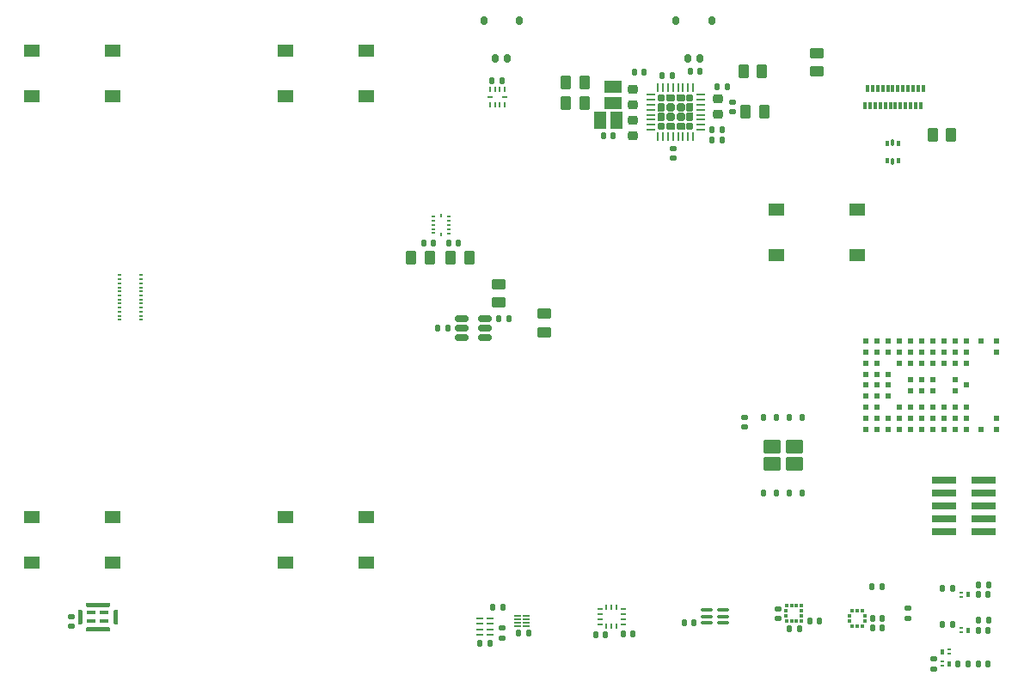
<source format=gbr>
%TF.GenerationSoftware,KiCad,Pcbnew,9.0.1+1*%
%TF.CreationDate,2025-10-28T07:39:43+00:00*%
%TF.ProjectId,ZSWatch-Watch-DevKit,5a535761-7463-4682-9d57-617463682d44,1.1.0+ (Unreleased)*%
%TF.SameCoordinates,Original*%
%TF.FileFunction,Paste,Top*%
%TF.FilePolarity,Positive*%
%FSLAX46Y46*%
G04 Gerber Fmt 4.6, Leading zero omitted, Abs format (unit mm)*
G04 Created by KiCad (PCBNEW 9.0.1+1) date 2025-10-28 07:39:43*
%MOMM*%
%LPD*%
G01*
G04 APERTURE LIST*
G04 Aperture macros list*
%AMRoundRect*
0 Rectangle with rounded corners*
0 $1 Rounding radius*
0 $2 $3 $4 $5 $6 $7 $8 $9 X,Y pos of 4 corners*
0 Add a 4 corners polygon primitive as box body*
4,1,4,$2,$3,$4,$5,$6,$7,$8,$9,$2,$3,0*
0 Add four circle primitives for the rounded corners*
1,1,$1+$1,$2,$3*
1,1,$1+$1,$4,$5*
1,1,$1+$1,$6,$7*
1,1,$1+$1,$8,$9*
0 Add four rect primitives between the rounded corners*
20,1,$1+$1,$2,$3,$4,$5,0*
20,1,$1+$1,$4,$5,$6,$7,0*
20,1,$1+$1,$6,$7,$8,$9,0*
20,1,$1+$1,$8,$9,$2,$3,0*%
%AMFreePoly0*
4,1,19,0.290204,0.301344,0.321117,0.247801,0.322490,0.232106,0.322490,-0.157228,0.301344,-0.215326,0.296017,-0.221139,0.221139,-0.296017,0.165105,-0.322146,0.157228,-0.322490,-0.232106,-0.322490,-0.290204,-0.301344,-0.321117,-0.247801,-0.322490,-0.232106,-0.322490,0.232106,-0.301344,0.290204,-0.247801,0.321117,-0.232106,0.322490,0.232106,0.322490,0.290204,0.301344,0.290204,0.301344,
$1*%
%AMFreePoly1*
4,1,21,0.231572,0.385173,0.236504,0.380653,0.300030,0.317127,0.322198,0.269587,0.322490,0.262904,0.322490,-0.262904,0.304550,-0.312195,0.300030,-0.317127,0.236504,-0.380653,0.188964,-0.402821,0.182281,-0.403113,-0.245807,-0.403113,-0.295098,-0.385173,-0.321325,-0.339746,-0.322490,-0.326430,-0.322490,0.326430,-0.304550,0.375721,-0.259123,0.401948,-0.245807,0.403113,0.182281,0.403113,
0.231572,0.385173,0.231572,0.385173,$1*%
%AMFreePoly2*
4,1,19,0.215326,0.301344,0.221139,0.296017,0.296017,0.221139,0.322146,0.165105,0.322490,0.157228,0.322490,-0.232106,0.301344,-0.290204,0.247801,-0.321117,0.232106,-0.322490,-0.232106,-0.322490,-0.290204,-0.301344,-0.321117,-0.247801,-0.322490,-0.232106,-0.322490,0.232106,-0.301344,0.290204,-0.247801,0.321117,-0.232106,0.322490,0.157228,0.322490,0.215326,0.301344,0.215326,0.301344,
$1*%
%AMFreePoly3*
4,1,21,0.375721,0.304550,0.401948,0.259123,0.403113,0.245807,0.403113,-0.182281,0.385173,-0.231572,0.380653,-0.236504,0.317127,-0.300030,0.269587,-0.322198,0.262904,-0.322490,-0.262904,-0.322490,-0.312195,-0.304550,-0.317127,-0.300030,-0.380653,-0.236504,-0.402821,-0.188964,-0.403113,-0.182281,-0.403113,0.245807,-0.385173,0.295098,-0.339746,0.321325,-0.326430,0.322490,0.326430,0.322490,
0.375721,0.304550,0.375721,0.304550,$1*%
%AMFreePoly4*
4,1,21,0.312195,0.304550,0.317127,0.300030,0.380653,0.236504,0.402821,0.188964,0.403113,0.182281,0.403113,-0.245807,0.385173,-0.295098,0.339746,-0.321325,0.326430,-0.322490,-0.326430,-0.322490,-0.375721,-0.304550,-0.401948,-0.259123,-0.403113,-0.245807,-0.403113,0.182281,-0.385173,0.231572,-0.380653,0.236504,-0.317127,0.300030,-0.269587,0.322198,-0.262904,0.322490,0.262904,0.322490,
0.312195,0.304550,0.312195,0.304550,$1*%
%AMFreePoly5*
4,1,19,0.290204,0.301344,0.321117,0.247801,0.322490,0.232106,0.322490,-0.232106,0.301344,-0.290204,0.247801,-0.321117,0.232106,-0.322490,-0.157228,-0.322490,-0.215326,-0.301344,-0.221139,-0.296017,-0.296017,-0.221139,-0.322146,-0.165105,-0.322490,-0.157228,-0.322490,0.232106,-0.301344,0.290204,-0.247801,0.321117,-0.232106,0.322490,0.232106,0.322490,0.290204,0.301344,0.290204,0.301344,
$1*%
%AMFreePoly6*
4,1,21,0.295098,0.385173,0.321325,0.339746,0.322490,0.326430,0.322490,-0.326430,0.304550,-0.375721,0.259123,-0.401948,0.245807,-0.403113,-0.182281,-0.403113,-0.231572,-0.385173,-0.236504,-0.380653,-0.300030,-0.317127,-0.322198,-0.269587,-0.322490,-0.262904,-0.322490,0.262904,-0.304550,0.312195,-0.300030,0.317127,-0.236504,0.380653,-0.188964,0.402821,-0.182281,0.403113,0.245807,0.403113,
0.295098,0.385173,0.295098,0.385173,$1*%
%AMFreePoly7*
4,1,19,0.290204,0.301344,0.321117,0.247801,0.322490,0.232106,0.322490,-0.232106,0.301344,-0.290204,0.247801,-0.321117,0.232106,-0.322490,-0.232106,-0.322490,-0.290204,-0.301344,-0.321117,-0.247801,-0.322490,-0.232106,-0.322490,0.157228,-0.301344,0.215326,-0.296017,0.221139,-0.221139,0.296017,-0.165105,0.322146,-0.157228,0.322490,0.232106,0.322490,0.290204,0.301344,0.290204,0.301344,
$1*%
G04 Aperture macros list end*
%ADD10C,0.010000*%
%ADD11RoundRect,0.140000X0.140000X0.170000X-0.140000X0.170000X-0.140000X-0.170000X0.140000X-0.170000X0*%
%ADD12RoundRect,0.250000X-0.262500X-0.450000X0.262500X-0.450000X0.262500X0.450000X-0.262500X0.450000X0*%
%ADD13RoundRect,0.250000X0.262500X0.450000X-0.262500X0.450000X-0.262500X-0.450000X0.262500X-0.450000X0*%
%ADD14RoundRect,0.050000X-0.100000X-0.075000X0.100000X-0.075000X0.100000X0.075000X-0.100000X0.075000X0*%
%ADD15R,0.300000X0.600000*%
%ADD16RoundRect,0.093750X-0.093750X0.156250X-0.093750X-0.156250X0.093750X-0.156250X0.093750X0.156250X0*%
%ADD17RoundRect,0.075000X-0.075000X0.250000X-0.075000X-0.250000X0.075000X-0.250000X0.075000X0.250000X0*%
%ADD18RoundRect,0.135000X0.185000X-0.135000X0.185000X0.135000X-0.185000X0.135000X-0.185000X-0.135000X0*%
%ADD19R,1.500000X1.300000*%
%ADD20RoundRect,0.250000X-0.450000X0.262500X-0.450000X-0.262500X0.450000X-0.262500X0.450000X0.262500X0*%
%ADD21R,2.400000X0.740000*%
%ADD22FreePoly0,0.000000*%
%ADD23FreePoly1,0.000000*%
%ADD24FreePoly2,0.000000*%
%ADD25FreePoly3,0.000000*%
%ADD26RoundRect,0.201557X-0.201556X-0.201556X0.201556X-0.201556X0.201556X0.201556X-0.201556X0.201556X0*%
%ADD27FreePoly4,0.000000*%
%ADD28FreePoly5,0.000000*%
%ADD29FreePoly6,0.000000*%
%ADD30FreePoly7,0.000000*%
%ADD31RoundRect,0.062500X-0.337500X-0.062500X0.337500X-0.062500X0.337500X0.062500X-0.337500X0.062500X0*%
%ADD32RoundRect,0.062500X-0.062500X-0.337500X0.062500X-0.337500X0.062500X0.337500X-0.062500X0.337500X0*%
%ADD33RoundRect,0.150000X0.150000X0.275000X-0.150000X0.275000X-0.150000X-0.275000X0.150000X-0.275000X0*%
%ADD34RoundRect,0.175000X0.175000X0.225000X-0.175000X0.225000X-0.175000X-0.225000X0.175000X-0.225000X0*%
%ADD35RoundRect,0.075000X-0.512500X-0.075000X0.512500X-0.075000X0.512500X0.075000X-0.512500X0.075000X0*%
%ADD36R,0.250000X0.500000*%
%ADD37R,0.500000X0.250000*%
%ADD38RoundRect,0.140000X-0.170000X0.140000X-0.170000X-0.140000X0.170000X-0.140000X0.170000X0.140000X0*%
%ADD39RoundRect,0.135000X-0.185000X0.135000X-0.185000X-0.135000X0.185000X-0.135000X0.185000X0.135000X0*%
%ADD40RoundRect,0.135000X0.135000X0.185000X-0.135000X0.185000X-0.135000X-0.185000X0.135000X-0.185000X0*%
%ADD41RoundRect,0.140000X-0.140000X-0.170000X0.140000X-0.170000X0.140000X0.170000X-0.140000X0.170000X0*%
%ADD42RoundRect,0.250000X0.615000X-0.435000X0.615000X0.435000X-0.615000X0.435000X-0.615000X-0.435000X0*%
%ADD43RoundRect,0.125000X0.125000X-0.200000X0.125000X0.200000X-0.125000X0.200000X-0.125000X-0.200000X0*%
%ADD44R,0.650000X0.170000*%
%ADD45RoundRect,0.140000X0.170000X-0.140000X0.170000X0.140000X-0.170000X0.140000X-0.170000X-0.140000X0*%
%ADD46R,0.950000X0.450000*%
%ADD47R,0.700000X0.270000*%
%ADD48R,0.370000X0.300000*%
%ADD49R,0.300000X0.370000*%
%ADD50RoundRect,0.147500X0.147500X0.172500X-0.147500X0.172500X-0.147500X-0.172500X0.147500X-0.172500X0*%
%ADD51R,0.300000X0.700000*%
%ADD52RoundRect,0.225000X-0.250000X0.225000X-0.250000X-0.225000X0.250000X-0.225000X0.250000X0.225000X0*%
%ADD53R,0.475000X0.250000*%
%ADD54R,0.250000X0.475000*%
%ADD55R,1.150000X1.800000*%
%ADD56R,0.600000X0.600000*%
%ADD57RoundRect,0.147500X-0.147500X-0.172500X0.147500X-0.172500X0.147500X0.172500X-0.147500X0.172500X0*%
%ADD58RoundRect,0.225000X0.250000X-0.225000X0.250000X0.225000X-0.250000X0.225000X-0.250000X-0.225000X0*%
%ADD59R,0.300000X0.325000*%
%ADD60R,0.325000X0.300000*%
%ADD61R,1.800000X1.150000*%
%ADD62RoundRect,0.050000X0.100000X0.075000X-0.100000X0.075000X-0.100000X-0.075000X0.100000X-0.075000X0*%
%ADD63RoundRect,0.135000X-0.135000X-0.185000X0.135000X-0.185000X0.135000X0.185000X-0.135000X0.185000X0*%
%ADD64RoundRect,0.150000X0.512500X0.150000X-0.512500X0.150000X-0.512500X-0.150000X0.512500X-0.150000X0*%
%ADD65R,0.450000X0.210000*%
%ADD66R,0.450000X0.270000*%
%ADD67R,0.450000X0.170000*%
%ADD68R,0.170000X0.450000*%
%ADD69R,0.450000X0.150000*%
G04 APERTURE END LIST*
D10*
%TO.C,MK501*%
X166935000Y-173025000D02*
X166935000Y-174125000D01*
X166835000Y-174225000D01*
X166610000Y-174225000D01*
X166610000Y-172925000D01*
X166835000Y-172925000D01*
X166935000Y-173025000D01*
G36*
X166935000Y-173025000D02*
G01*
X166935000Y-174125000D01*
X166835000Y-174225000D01*
X166610000Y-174225000D01*
X166610000Y-172925000D01*
X166835000Y-172925000D01*
X166935000Y-173025000D01*
G37*
X169635000Y-172425000D02*
X169535000Y-172525000D01*
X167435000Y-172525000D01*
X167335000Y-172425000D01*
X167335000Y-172200000D01*
X169635000Y-172200000D01*
X169635000Y-172425000D01*
G36*
X169635000Y-172425000D02*
G01*
X169535000Y-172525000D01*
X167435000Y-172525000D01*
X167335000Y-172425000D01*
X167335000Y-172200000D01*
X169635000Y-172200000D01*
X169635000Y-172425000D01*
G37*
X169635000Y-174725000D02*
X169635000Y-174950000D01*
X167335000Y-174950000D01*
X167335000Y-174725000D01*
X167435000Y-174625000D01*
X169535000Y-174625000D01*
X169635000Y-174725000D01*
G36*
X169635000Y-174725000D02*
G01*
X169635000Y-174950000D01*
X167335000Y-174950000D01*
X167335000Y-174725000D01*
X167435000Y-174625000D01*
X169535000Y-174625000D01*
X169635000Y-174725000D01*
G37*
X170360000Y-174225000D02*
X170135000Y-174225000D01*
X170035000Y-174125000D01*
X170035000Y-173025000D01*
X170135000Y-172925000D01*
X170360000Y-172925000D01*
X170360000Y-174225000D01*
G36*
X170360000Y-174225000D02*
G01*
X170135000Y-174225000D01*
X170035000Y-174125000D01*
X170035000Y-173025000D01*
X170135000Y-172925000D01*
X170360000Y-172925000D01*
X170360000Y-174225000D01*
G37*
%TD*%
D11*
%TO.C,C404*%
X225060000Y-120200000D03*
X224100000Y-120200000D03*
%TD*%
D12*
%TO.C,R605*%
X250700000Y-126100000D03*
X252525000Y-126100000D03*
%TD*%
D13*
%TO.C,R409*%
X234112500Y-123749000D03*
X232287500Y-123749000D03*
%TD*%
D14*
%TO.C,Q403*%
X253550000Y-171175000D03*
X253550000Y-171625000D03*
D15*
X254250000Y-171400000D03*
%TD*%
D12*
%TO.C,R615*%
X203275000Y-138200000D03*
X205100000Y-138200000D03*
%TD*%
D16*
%TO.C,IC602*%
X247337500Y-126937500D03*
D17*
X246800000Y-126862500D03*
D16*
X246262500Y-126937500D03*
X246262500Y-128637500D03*
D17*
X246800000Y-128712500D03*
D16*
X247337500Y-128637500D03*
%TD*%
D18*
%TO.C,R403*%
X250800000Y-178710000D03*
X250800000Y-177690000D03*
%TD*%
D19*
%TO.C,S503*%
X162025000Y-163750000D03*
X162025000Y-168250000D03*
X169975000Y-163750000D03*
X169975000Y-168250000D03*
%TD*%
%TO.C,S504*%
X162025000Y-117750000D03*
X162025000Y-122250000D03*
X169975000Y-117750000D03*
X169975000Y-122250000D03*
%TD*%
D20*
%TO.C,R613*%
X212500000Y-143687500D03*
X212500000Y-145512500D03*
%TD*%
D21*
%TO.C,X601*%
X251800000Y-160120000D03*
X255700000Y-160120000D03*
X251800000Y-161390000D03*
X255700000Y-161390000D03*
X251800000Y-162660000D03*
X255700000Y-162660000D03*
X251800000Y-163930000D03*
X255700000Y-163930000D03*
X251800000Y-165200000D03*
X255700000Y-165200000D03*
%TD*%
D22*
%TO.C,IC401*%
X223987790Y-122430400D03*
D23*
X223987790Y-123330400D03*
X223987790Y-124330400D03*
D24*
X223987790Y-125230400D03*
D25*
X224887790Y-122430400D03*
D26*
X224887790Y-123330400D03*
X224887790Y-124330400D03*
D27*
X224887790Y-125230400D03*
D25*
X225887790Y-122430400D03*
D26*
X225887790Y-123330400D03*
X225887790Y-124330400D03*
D27*
X225887790Y-125230400D03*
D28*
X226787790Y-122430400D03*
D29*
X226787790Y-123330400D03*
X226787790Y-124330400D03*
D30*
X226787790Y-125230400D03*
D31*
X222937790Y-122080400D03*
X222937790Y-122580400D03*
X222937790Y-123080400D03*
X222937790Y-123580400D03*
X222937790Y-124080400D03*
X222937790Y-124580400D03*
X222937790Y-125080400D03*
X222937790Y-125580400D03*
D32*
X223637790Y-126280400D03*
X224137790Y-126280400D03*
X224637790Y-126280400D03*
X225137790Y-126280400D03*
X225637790Y-126280400D03*
X226137790Y-126280400D03*
X226637790Y-126280400D03*
X227137790Y-126280400D03*
D31*
X227837790Y-125580400D03*
X227837790Y-125080400D03*
X227837790Y-124580400D03*
X227837790Y-124080400D03*
X227837790Y-123580400D03*
X227837790Y-123080400D03*
X227837790Y-122580400D03*
X227837790Y-122080400D03*
D32*
X227137790Y-121380400D03*
X226637790Y-121380400D03*
X226137790Y-121380400D03*
X225637790Y-121380400D03*
X225137790Y-121380400D03*
X224637790Y-121380400D03*
X224137790Y-121380400D03*
X223637790Y-121380400D03*
%TD*%
D33*
%TO.C,X509*%
X208850000Y-118575000D03*
X207650000Y-118575000D03*
D34*
X210000000Y-114800000D03*
X206500000Y-114800000D03*
%TD*%
D35*
%TO.C,IC501*%
X228505000Y-172900000D03*
X228505000Y-173550000D03*
X228505000Y-174200000D03*
X230080000Y-174200000D03*
X230080000Y-173550000D03*
X230080000Y-172900000D03*
%TD*%
D11*
%TO.C,C403*%
X227780000Y-119800000D03*
X226820000Y-119800000D03*
%TD*%
D36*
%TO.C,IC505*%
X207100000Y-123100000D03*
X207600000Y-123100000D03*
X208100000Y-123100000D03*
X208600000Y-123100000D03*
D37*
X208600000Y-122350000D03*
D36*
X208600000Y-121600000D03*
X208100000Y-121600000D03*
X207600000Y-121600000D03*
X207100000Y-121600000D03*
D37*
X207100000Y-122350000D03*
%TD*%
D38*
%TO.C,C505*%
X235500000Y-172795000D03*
X235500000Y-173755000D03*
%TD*%
D39*
%TO.C,R504*%
X208300000Y-174690000D03*
X208300000Y-175710000D03*
%TD*%
D40*
%TO.C,R405*%
X256210000Y-170400000D03*
X255190000Y-170400000D03*
%TD*%
D41*
%TO.C,C405*%
X229520000Y-121300000D03*
X230480000Y-121300000D03*
%TD*%
D11*
%TO.C,C511*%
X207100000Y-176220000D03*
X206140000Y-176220000D03*
%TD*%
D42*
%TO.C,IC603*%
X234920000Y-158500000D03*
X237070000Y-158500000D03*
X234920000Y-156800000D03*
X237070000Y-156800000D03*
D43*
X234090000Y-161400000D03*
X235360000Y-161400000D03*
X236630000Y-161400000D03*
X237900000Y-161400000D03*
X237900000Y-153900000D03*
X236630000Y-153900000D03*
X235360000Y-153900000D03*
X234090000Y-153900000D03*
%TD*%
D44*
%TO.C,IC506*%
X210725000Y-174500000D03*
X210725000Y-174150000D03*
X210725000Y-173800000D03*
X210725000Y-173450000D03*
X209875000Y-173450000D03*
X209875000Y-173800000D03*
X209875000Y-174150000D03*
X209875000Y-174500000D03*
%TD*%
D45*
%TO.C,C602*%
X232170000Y-154880000D03*
X232170000Y-153920000D03*
%TD*%
D46*
%TO.C,MK501*%
X167810000Y-173150000D03*
X169160000Y-173150000D03*
X169160000Y-174000000D03*
X167810000Y-174000000D03*
%TD*%
D12*
%TO.C,R410*%
X214587500Y-120900000D03*
X216412500Y-120900000D03*
%TD*%
D39*
%TO.C,R501*%
X248300000Y-172690000D03*
X248300000Y-173710000D03*
%TD*%
D13*
%TO.C,R616*%
X201187500Y-138200000D03*
X199362500Y-138200000D03*
%TD*%
D40*
%TO.C,R408*%
X229989410Y-126538400D03*
X228969410Y-126538400D03*
%TD*%
D33*
%TO.C,X402*%
X227800000Y-118575000D03*
X226600000Y-118575000D03*
D34*
X228950000Y-114800000D03*
X225450000Y-114800000D03*
%TD*%
D11*
%TO.C,C503*%
X218500000Y-175332500D03*
X217540000Y-175332500D03*
%TD*%
D47*
%TO.C,IC507*%
X206120000Y-173725000D03*
X206120000Y-174265000D03*
X206120000Y-174805000D03*
X206120000Y-175345000D03*
X207120000Y-175345000D03*
X207120000Y-174805000D03*
X207120000Y-174265000D03*
X207120000Y-173725000D03*
%TD*%
D48*
%TO.C,IC504*%
X244062500Y-174007500D03*
X244062500Y-173507500D03*
D49*
X243800000Y-172995000D03*
X243300000Y-172995000D03*
X242800000Y-172995000D03*
D48*
X242537500Y-173507500D03*
X242537500Y-174007500D03*
D49*
X242800000Y-174520000D03*
X243300000Y-174520000D03*
X243800000Y-174520000D03*
%TD*%
D11*
%TO.C,C510*%
X208280000Y-120700000D03*
X207320000Y-120700000D03*
%TD*%
D50*
%TO.C,D403*%
X256185000Y-178200000D03*
X255215000Y-178200000D03*
%TD*%
D40*
%TO.C,R505*%
X208400000Y-172600000D03*
X207380000Y-172600000D03*
%TD*%
D51*
%TO.C,X603*%
X249550000Y-123220000D03*
X249050000Y-123220000D03*
X248550000Y-123220000D03*
X248050000Y-123220000D03*
X247550000Y-123220000D03*
X247050000Y-123220000D03*
X246550000Y-123220000D03*
X246050000Y-123220000D03*
X245550000Y-123220000D03*
X245050000Y-123220000D03*
X244550000Y-123220000D03*
X244050000Y-123220000D03*
X244300000Y-121520000D03*
X244800000Y-121520000D03*
X245300000Y-121520000D03*
X245800000Y-121520000D03*
X246300000Y-121520000D03*
X246800000Y-121520000D03*
X247300000Y-121520000D03*
X247800000Y-121520000D03*
X248300000Y-121520000D03*
X248800000Y-121520000D03*
X249300000Y-121520000D03*
X249800000Y-121520000D03*
%TD*%
D52*
%TO.C,C409*%
X221151410Y-124633400D03*
X221151410Y-126183400D03*
%TD*%
D40*
%TO.C,R404*%
X256210000Y-173900000D03*
X255190000Y-173900000D03*
%TD*%
D45*
%TO.C,C502*%
X165900000Y-174500000D03*
X165900000Y-173540000D03*
%TD*%
D53*
%TO.C,IC502*%
X217937500Y-172800000D03*
X217937500Y-173300000D03*
X217937500Y-173800000D03*
X217937500Y-174300000D03*
D54*
X218600000Y-174462500D03*
X219100000Y-174462500D03*
X219600000Y-174462500D03*
D53*
X220262500Y-174300000D03*
X220262500Y-173800000D03*
X220262500Y-173300000D03*
X220262500Y-172800000D03*
D54*
X219600000Y-172637500D03*
X219100000Y-172637500D03*
X218600000Y-172637500D03*
%TD*%
D20*
%TO.C,R606*%
X239300000Y-117987500D03*
X239300000Y-119812500D03*
%TD*%
D55*
%TO.C,L401*%
X217938410Y-124659400D03*
X219538410Y-124659400D03*
%TD*%
D56*
%TO.C,M601*%
X244100000Y-155150000D03*
X244100000Y-154050000D03*
X244100000Y-152950000D03*
X244100000Y-151850000D03*
X244100000Y-150750000D03*
X244100000Y-149650000D03*
X244100000Y-148550000D03*
X244100000Y-147450000D03*
X244100000Y-146350000D03*
X245200000Y-155150000D03*
X245200000Y-154050000D03*
X245200000Y-152950000D03*
X245200000Y-151850000D03*
X245200000Y-150750000D03*
X245200000Y-149650000D03*
X245200000Y-148550000D03*
X245200000Y-147450000D03*
X245200000Y-146350000D03*
X246300000Y-155150000D03*
X246300000Y-154050000D03*
X246300000Y-151850000D03*
X246300000Y-150750000D03*
X246300000Y-149650000D03*
X246300000Y-147450000D03*
X246300000Y-146350000D03*
X247400000Y-155150000D03*
X247400000Y-154050000D03*
X247400000Y-152950000D03*
X247400000Y-148550000D03*
X247400000Y-147450000D03*
X247400000Y-146350000D03*
X248500000Y-155150000D03*
X248500000Y-154050000D03*
X248500000Y-152950000D03*
X248500000Y-151300000D03*
X248500000Y-150200000D03*
X248500000Y-148550000D03*
X248500000Y-147450000D03*
X248500000Y-146350000D03*
X249600000Y-155150000D03*
X249600000Y-154050000D03*
X249600000Y-152950000D03*
X249600000Y-151300000D03*
X249600000Y-150200000D03*
X249600000Y-148550000D03*
X249600000Y-147450000D03*
X249600000Y-146350000D03*
X250700000Y-155150000D03*
X250700000Y-154050000D03*
X250700000Y-152950000D03*
X250700000Y-151300000D03*
X250700000Y-150200000D03*
X250700000Y-148550000D03*
X250700000Y-147450000D03*
X250700000Y-146350000D03*
X251800000Y-155150000D03*
X251800000Y-154050000D03*
X251800000Y-152950000D03*
X251800000Y-148550000D03*
X251800000Y-147450000D03*
X251800000Y-146350000D03*
X252900000Y-155150000D03*
X252900000Y-154050000D03*
X252900000Y-152950000D03*
X252900000Y-151300000D03*
X252900000Y-150200000D03*
X252900000Y-148550000D03*
X252900000Y-147450000D03*
X252900000Y-146350000D03*
X254000000Y-155150000D03*
X254000000Y-154050000D03*
X254000000Y-152950000D03*
X254000000Y-150750000D03*
X254000000Y-148550000D03*
X254000000Y-147450000D03*
X254000000Y-146350000D03*
X255500000Y-155150000D03*
X255500000Y-146350000D03*
X257000000Y-155150000D03*
X257000000Y-154050000D03*
X257000000Y-147450000D03*
X257000000Y-146350000D03*
%TD*%
D57*
%TO.C,D401*%
X255215000Y-174900000D03*
X256185000Y-174900000D03*
%TD*%
D58*
%TO.C,C407*%
X221151410Y-123148400D03*
X221151410Y-121598400D03*
%TD*%
D11*
%TO.C,C408*%
X222289600Y-119930400D03*
X221329600Y-119930400D03*
%TD*%
D41*
%TO.C,C406*%
X218299410Y-126138400D03*
X219259410Y-126138400D03*
%TD*%
D11*
%TO.C,C501*%
X227187500Y-174200000D03*
X226227500Y-174200000D03*
%TD*%
%TO.C,C504*%
X221180000Y-175300000D03*
X220220000Y-175300000D03*
%TD*%
%TO.C,C601*%
X208980000Y-144187500D03*
X208020000Y-144187500D03*
%TD*%
D59*
%TO.C,IC503*%
X237812500Y-172462500D03*
X237312500Y-172462500D03*
X236812500Y-172462500D03*
X236312500Y-172462500D03*
D60*
X236300000Y-172975000D03*
X236300000Y-173475000D03*
D59*
X236312500Y-173987500D03*
X236812500Y-173987500D03*
X237312500Y-173987500D03*
X237812500Y-173987500D03*
D60*
X237825000Y-173475000D03*
X237825000Y-172975000D03*
%TD*%
D41*
%TO.C,C506*%
X238620000Y-173975000D03*
X239580000Y-173975000D03*
%TD*%
D61*
%TO.C,L402*%
X219246410Y-121319400D03*
X219246410Y-122919400D03*
%TD*%
D58*
%TO.C,C410*%
X229590620Y-124044000D03*
X229590620Y-122494000D03*
%TD*%
D20*
%TO.C,R602*%
X208020000Y-140775000D03*
X208020000Y-142600000D03*
%TD*%
D40*
%TO.C,R402*%
X252710000Y-170800000D03*
X251690000Y-170800000D03*
%TD*%
D19*
%TO.C,S502*%
X187025000Y-163750000D03*
X187025000Y-168250000D03*
X194975000Y-163750000D03*
X194975000Y-168250000D03*
%TD*%
D62*
%TO.C,Q401*%
X252350000Y-177225000D03*
X252350000Y-176775000D03*
D15*
X251650000Y-177000000D03*
%TD*%
D11*
%TO.C,C508*%
X245780000Y-173700000D03*
X244820000Y-173700000D03*
%TD*%
D12*
%TO.C,R411*%
X214587500Y-122900000D03*
X216412500Y-122900000D03*
%TD*%
D63*
%TO.C,R601*%
X201990000Y-145137500D03*
X203010000Y-145137500D03*
%TD*%
D64*
%TO.C,IC601*%
X206637500Y-146087500D03*
X206637500Y-145137500D03*
X206637500Y-144187500D03*
X204362500Y-144187500D03*
X204362500Y-145137500D03*
X204362500Y-146087500D03*
%TD*%
D12*
%TO.C,R412*%
X232087500Y-119800000D03*
X233912500Y-119800000D03*
%TD*%
D19*
%TO.C,S501*%
X187025000Y-117750000D03*
X187025000Y-122250000D03*
X194975000Y-117750000D03*
X194975000Y-122250000D03*
%TD*%
D45*
%TO.C,C401*%
X231000000Y-123780000D03*
X231000000Y-122820000D03*
%TD*%
D40*
%TO.C,R406*%
X254210000Y-178200000D03*
X253190000Y-178200000D03*
%TD*%
D11*
%TO.C,C604*%
X201555000Y-136700000D03*
X200595000Y-136700000D03*
%TD*%
D65*
%TO.C,X608*%
X172800000Y-144300000D03*
X172800000Y-143900000D03*
X172800000Y-143500000D03*
X172800000Y-143100000D03*
X172800000Y-142700000D03*
X172800000Y-142300000D03*
X172800000Y-141900000D03*
X172800000Y-141500000D03*
X172800000Y-141100000D03*
X172800000Y-140700000D03*
X172800000Y-140300000D03*
X172800000Y-139900000D03*
X170610000Y-139900000D03*
X170610000Y-140300000D03*
X170610000Y-140700000D03*
X170610000Y-141100000D03*
X170610000Y-141500000D03*
X170610000Y-141900000D03*
X170610000Y-142300000D03*
X170610000Y-142700000D03*
X170610000Y-143100000D03*
X170610000Y-143500000D03*
X170610000Y-143900000D03*
X170610000Y-144300000D03*
%TD*%
D57*
%TO.C,D402*%
X255215000Y-171400000D03*
X256185000Y-171400000D03*
%TD*%
D41*
%TO.C,C509*%
X244820000Y-174700000D03*
X245780000Y-174700000D03*
%TD*%
D38*
%TO.C,C402*%
X225137790Y-127420000D03*
X225137790Y-128380000D03*
%TD*%
D66*
%TO.C,IC604*%
X203045000Y-135800000D03*
D67*
X203045000Y-135350000D03*
X203045000Y-134950000D03*
X203045000Y-134550000D03*
X203045000Y-134150000D03*
D68*
X202295000Y-134050000D03*
D69*
X201545000Y-134150000D03*
D67*
X201545000Y-134550000D03*
X201545000Y-134950000D03*
X201545000Y-135350000D03*
X201545000Y-135750000D03*
D68*
X202295000Y-135850000D03*
%TD*%
D40*
%TO.C,R407*%
X229989410Y-125580400D03*
X228969410Y-125580400D03*
%TD*%
D14*
%TO.C,Q404*%
X251650000Y-177975000D03*
X251650000Y-178425000D03*
D15*
X252350000Y-178200000D03*
%TD*%
D11*
%TO.C,C507*%
X237580000Y-174775000D03*
X236620000Y-174775000D03*
%TD*%
D40*
%TO.C,R401*%
X252710000Y-174300000D03*
X251690000Y-174300000D03*
%TD*%
D14*
%TO.C,Q402*%
X253550000Y-174675000D03*
X253550000Y-175125000D03*
D15*
X254250000Y-174900000D03*
%TD*%
D63*
%TO.C,R503*%
X209890000Y-175200000D03*
X210910000Y-175200000D03*
%TD*%
%TO.C,R502*%
X244690000Y-170600000D03*
X245710000Y-170600000D03*
%TD*%
D19*
%TO.C,S601*%
X243275000Y-137950000D03*
X243275000Y-133450000D03*
X235325000Y-137950000D03*
X235325000Y-133450000D03*
%TD*%
D41*
%TO.C,C603*%
X203057500Y-136700000D03*
X204017500Y-136700000D03*
%TD*%
M02*

</source>
